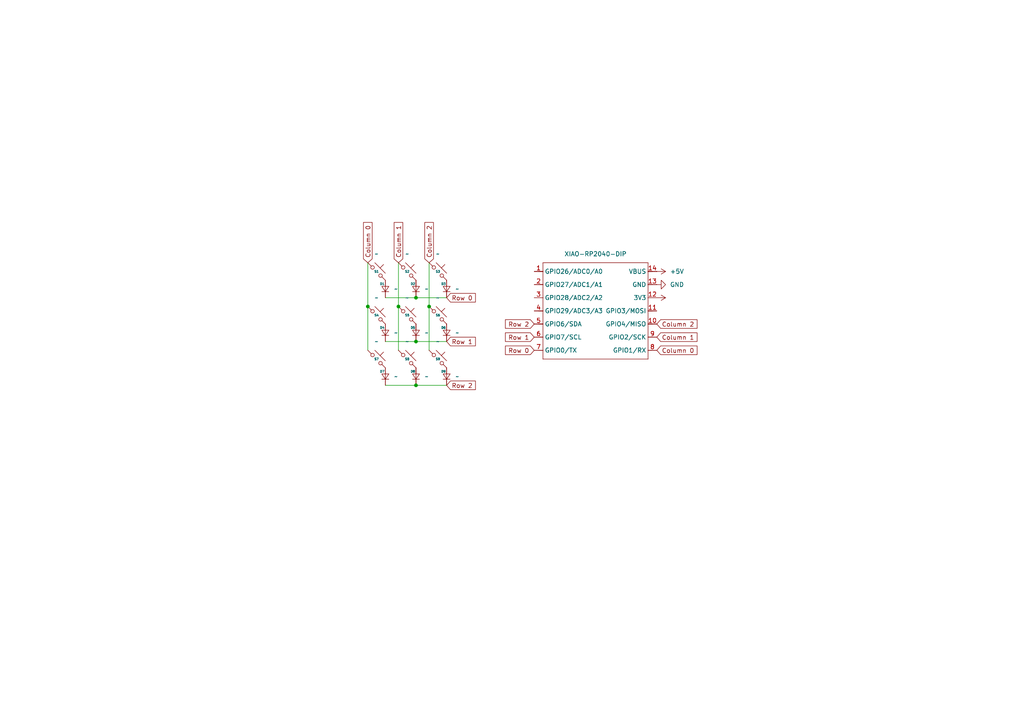
<source format=kicad_sch>
(kicad_sch
	(version 20250114)
	(generator "eeschema")
	(generator_version "9.0")
	(uuid "370d7cfb-201b-45a3-8eba-b6ad4c00490c")
	(paper "A4")
	(lib_symbols
		(symbol "ScottoKeebs:Placeholder_Diode"
			(pin_numbers
				(hide yes)
			)
			(pin_names
				(hide yes)
			)
			(exclude_from_sim no)
			(in_bom yes)
			(on_board yes)
			(property "Reference" "D"
				(at -0.15 1.066 0)
				(do_not_autoplace)
				(effects
					(font
						(size 0.635 0.635)
						(thickness 0.127)
						(bold yes)
					)
					(justify right bottom)
				)
			)
			(property "Value" ""
				(at 2.54 0 90)
				(effects
					(font
						(size 1.27 1.27)
					)
				)
			)
			(property "Footprint" ""
				(at 0 0 90)
				(effects
					(font
						(size 1.27 1.27)
					)
					(hide yes)
				)
			)
			(property "Datasheet" ""
				(at 0 0 90)
				(effects
					(font
						(size 1.27 1.27)
					)
					(hide yes)
				)
			)
			(property "Description" ""
				(at 3.81 0 90)
				(effects
					(font
						(size 1.27 1.27)
					)
					(hide yes)
				)
			)
			(property "ki_keywords" "diode"
				(at 0 0 0)
				(effects
					(font
						(size 1.27 1.27)
					)
					(hide yes)
				)
			)
			(property "ki_fp_filters" "D*DO?35*"
				(at 0 0 0)
				(effects
					(font
						(size 1.27 1.27)
					)
					(hide yes)
				)
			)
			(symbol "Placeholder_Diode_0_1"
				(polyline
					(pts
						(xy 0 -0.762) (xy 0 0.762)
					)
					(stroke
						(width 0)
						(type default)
					)
					(fill
						(type none)
					)
				)
			)
			(symbol "Placeholder_Diode_1_1"
				(polyline
					(pts
						(xy 1.016 0.762) (xy 0 -0.762) (xy -1.016 0.762) (xy 1.016 0.762)
					)
					(stroke
						(width 0.1524)
						(type default)
					)
					(fill
						(type none)
					)
				)
				(polyline
					(pts
						(xy 1.016 -0.762) (xy -1.016 -0.762)
					)
					(stroke
						(width 0.1524)
						(type default)
					)
					(fill
						(type none)
					)
				)
				(pin passive line
					(at 0 2.54 270)
					(length 1.778)
					(name "A"
						(effects
							(font
								(size 1.27 1.27)
							)
						)
					)
					(number "2"
						(effects
							(font
								(size 1.27 1.27)
							)
						)
					)
				)
				(pin passive line
					(at 0 -2.54 90)
					(length 1.778)
					(name "K"
						(effects
							(font
								(size 1.27 1.27)
							)
						)
					)
					(number "1"
						(effects
							(font
								(size 1.27 1.27)
							)
						)
					)
				)
			)
			(embedded_fonts no)
		)
		(symbol "ScottoKeebs:Placeholder_Keyswitch"
			(pin_numbers
				(hide yes)
			)
			(pin_names
				(offset 1.016)
				(hide yes)
			)
			(exclude_from_sim no)
			(in_bom yes)
			(on_board yes)
			(property "Reference" "S"
				(at 0 0 0)
				(do_not_autoplace)
				(effects
					(font
						(size 0.635 0.635)
						(thickness 0.127)
						(bold yes)
					)
				)
			)
			(property "Value" ""
				(at 0 -3.81 0)
				(effects
					(font
						(size 1.27 1.27)
					)
				)
			)
			(property "Footprint" ""
				(at 0 0 0)
				(effects
					(font
						(size 1.27 1.27)
					)
					(hide yes)
				)
			)
			(property "Datasheet" ""
				(at -2.54 -1.778 0)
				(effects
					(font
						(size 1.27 1.27)
					)
					(hide yes)
				)
			)
			(property "Description" ""
				(at 0 0 0)
				(effects
					(font
						(size 1.27 1.27)
					)
					(hide yes)
				)
			)
			(property "ki_keywords" "switch normally-open pushbutton push-button"
				(at 0 0 0)
				(effects
					(font
						(size 1.27 1.27)
					)
					(hide yes)
				)
			)
			(symbol "Placeholder_Keyswitch_0_1"
				(polyline
					(pts
						(xy -2.54 2.54) (xy -1.524 1.524) (xy -1.524 1.524)
					)
					(stroke
						(width 0)
						(type default)
					)
					(fill
						(type none)
					)
				)
				(circle
					(center -1.1684 1.1684)
					(radius 0.508)
					(stroke
						(width 0)
						(type default)
					)
					(fill
						(type none)
					)
				)
				(polyline
					(pts
						(xy -0.508 2.54) (xy 2.54 -0.508)
					)
					(stroke
						(width 0)
						(type default)
					)
					(fill
						(type none)
					)
				)
				(polyline
					(pts
						(xy 1.016 1.016) (xy 2.032 2.032)
					)
					(stroke
						(width 0)
						(type default)
					)
					(fill
						(type none)
					)
				)
				(circle
					(center 1.143 -1.1938)
					(radius 0.508)
					(stroke
						(width 0)
						(type default)
					)
					(fill
						(type none)
					)
				)
				(polyline
					(pts
						(xy 1.524 -1.524) (xy 2.54 -2.54) (xy 2.54 -2.54) (xy 2.54 -2.54)
					)
					(stroke
						(width 0)
						(type default)
					)
					(fill
						(type none)
					)
				)
				(pin passive line
					(at -2.54 2.54 0)
					(length 0)
					(name "1"
						(effects
							(font
								(size 1.27 1.27)
							)
						)
					)
					(number "1"
						(effects
							(font
								(size 1.27 1.27)
							)
						)
					)
				)
				(pin passive line
					(at 2.54 -2.54 180)
					(length 0)
					(name "2"
						(effects
							(font
								(size 1.27 1.27)
							)
						)
					)
					(number "2"
						(effects
							(font
								(size 1.27 1.27)
							)
						)
					)
				)
			)
			(embedded_fonts no)
		)
		(symbol "Seeed_Studio_XIAO_Series:XIAO-RP2040-DIP"
			(exclude_from_sim no)
			(in_bom yes)
			(on_board yes)
			(property "Reference" "U"
				(at 0 0 0)
				(effects
					(font
						(size 1.27 1.27)
					)
				)
			)
			(property "Value" "XIAO-RP2040-DIP"
				(at 5.334 -1.778 0)
				(effects
					(font
						(size 1.27 1.27)
					)
				)
			)
			(property "Footprint" "Module:MOUDLE14P-XIAO-DIP-SMD"
				(at 14.478 -32.258 0)
				(effects
					(font
						(size 1.27 1.27)
					)
					(hide yes)
				)
			)
			(property "Datasheet" ""
				(at 0 0 0)
				(effects
					(font
						(size 1.27 1.27)
					)
					(hide yes)
				)
			)
			(property "Description" ""
				(at 0 0 0)
				(effects
					(font
						(size 1.27 1.27)
					)
					(hide yes)
				)
			)
			(symbol "XIAO-RP2040-DIP_1_0"
				(polyline
					(pts
						(xy -1.27 -2.54) (xy 29.21 -2.54)
					)
					(stroke
						(width 0.1524)
						(type solid)
					)
					(fill
						(type none)
					)
				)
				(polyline
					(pts
						(xy -1.27 -5.08) (xy -2.54 -5.08)
					)
					(stroke
						(width 0.1524)
						(type solid)
					)
					(fill
						(type none)
					)
				)
				(polyline
					(pts
						(xy -1.27 -5.08) (xy -1.27 -2.54)
					)
					(stroke
						(width 0.1524)
						(type solid)
					)
					(fill
						(type none)
					)
				)
				(polyline
					(pts
						(xy -1.27 -8.89) (xy -2.54 -8.89)
					)
					(stroke
						(width 0.1524)
						(type solid)
					)
					(fill
						(type none)
					)
				)
				(polyline
					(pts
						(xy -1.27 -8.89) (xy -1.27 -5.08)
					)
					(stroke
						(width 0.1524)
						(type solid)
					)
					(fill
						(type none)
					)
				)
				(polyline
					(pts
						(xy -1.27 -12.7) (xy -2.54 -12.7)
					)
					(stroke
						(width 0.1524)
						(type solid)
					)
					(fill
						(type none)
					)
				)
				(polyline
					(pts
						(xy -1.27 -12.7) (xy -1.27 -8.89)
					)
					(stroke
						(width 0.1524)
						(type solid)
					)
					(fill
						(type none)
					)
				)
				(polyline
					(pts
						(xy -1.27 -16.51) (xy -2.54 -16.51)
					)
					(stroke
						(width 0.1524)
						(type solid)
					)
					(fill
						(type none)
					)
				)
				(polyline
					(pts
						(xy -1.27 -16.51) (xy -1.27 -12.7)
					)
					(stroke
						(width 0.1524)
						(type solid)
					)
					(fill
						(type none)
					)
				)
				(polyline
					(pts
						(xy -1.27 -20.32) (xy -2.54 -20.32)
					)
					(stroke
						(width 0.1524)
						(type solid)
					)
					(fill
						(type none)
					)
				)
				(polyline
					(pts
						(xy -1.27 -24.13) (xy -2.54 -24.13)
					)
					(stroke
						(width 0.1524)
						(type solid)
					)
					(fill
						(type none)
					)
				)
				(polyline
					(pts
						(xy -1.27 -27.94) (xy -2.54 -27.94)
					)
					(stroke
						(width 0.1524)
						(type solid)
					)
					(fill
						(type none)
					)
				)
				(polyline
					(pts
						(xy -1.27 -30.48) (xy -1.27 -16.51)
					)
					(stroke
						(width 0.1524)
						(type solid)
					)
					(fill
						(type none)
					)
				)
				(polyline
					(pts
						(xy 29.21 -2.54) (xy 29.21 -5.08)
					)
					(stroke
						(width 0.1524)
						(type solid)
					)
					(fill
						(type none)
					)
				)
				(polyline
					(pts
						(xy 29.21 -5.08) (xy 29.21 -8.89)
					)
					(stroke
						(width 0.1524)
						(type solid)
					)
					(fill
						(type none)
					)
				)
				(polyline
					(pts
						(xy 29.21 -8.89) (xy 29.21 -12.7)
					)
					(stroke
						(width 0.1524)
						(type solid)
					)
					(fill
						(type none)
					)
				)
				(polyline
					(pts
						(xy 29.21 -12.7) (xy 29.21 -30.48)
					)
					(stroke
						(width 0.1524)
						(type solid)
					)
					(fill
						(type none)
					)
				)
				(polyline
					(pts
						(xy 29.21 -30.48) (xy -1.27 -30.48)
					)
					(stroke
						(width 0.1524)
						(type solid)
					)
					(fill
						(type none)
					)
				)
				(polyline
					(pts
						(xy 30.48 -5.08) (xy 29.21 -5.08)
					)
					(stroke
						(width 0.1524)
						(type solid)
					)
					(fill
						(type none)
					)
				)
				(polyline
					(pts
						(xy 30.48 -8.89) (xy 29.21 -8.89)
					)
					(stroke
						(width 0.1524)
						(type solid)
					)
					(fill
						(type none)
					)
				)
				(polyline
					(pts
						(xy 30.48 -12.7) (xy 29.21 -12.7)
					)
					(stroke
						(width 0.1524)
						(type solid)
					)
					(fill
						(type none)
					)
				)
				(polyline
					(pts
						(xy 30.48 -16.51) (xy 29.21 -16.51)
					)
					(stroke
						(width 0.1524)
						(type solid)
					)
					(fill
						(type none)
					)
				)
				(polyline
					(pts
						(xy 30.48 -20.32) (xy 29.21 -20.32)
					)
					(stroke
						(width 0.1524)
						(type solid)
					)
					(fill
						(type none)
					)
				)
				(polyline
					(pts
						(xy 30.48 -24.13) (xy 29.21 -24.13)
					)
					(stroke
						(width 0.1524)
						(type solid)
					)
					(fill
						(type none)
					)
				)
				(polyline
					(pts
						(xy 30.48 -27.94) (xy 29.21 -27.94)
					)
					(stroke
						(width 0.1524)
						(type solid)
					)
					(fill
						(type none)
					)
				)
				(pin passive line
					(at -3.81 -5.08 0)
					(length 2.54)
					(name "GPIO26/ADC0/A0"
						(effects
							(font
								(size 1.27 1.27)
							)
						)
					)
					(number "1"
						(effects
							(font
								(size 1.27 1.27)
							)
						)
					)
				)
				(pin passive line
					(at -3.81 -8.89 0)
					(length 2.54)
					(name "GPIO27/ADC1/A1"
						(effects
							(font
								(size 1.27 1.27)
							)
						)
					)
					(number "2"
						(effects
							(font
								(size 1.27 1.27)
							)
						)
					)
				)
				(pin passive line
					(at -3.81 -12.7 0)
					(length 2.54)
					(name "GPIO28/ADC2/A2"
						(effects
							(font
								(size 1.27 1.27)
							)
						)
					)
					(number "3"
						(effects
							(font
								(size 1.27 1.27)
							)
						)
					)
				)
				(pin passive line
					(at -3.81 -16.51 0)
					(length 2.54)
					(name "GPIO29/ADC3/A3"
						(effects
							(font
								(size 1.27 1.27)
							)
						)
					)
					(number "4"
						(effects
							(font
								(size 1.27 1.27)
							)
						)
					)
				)
				(pin passive line
					(at -3.81 -20.32 0)
					(length 2.54)
					(name "GPIO6/SDA"
						(effects
							(font
								(size 1.27 1.27)
							)
						)
					)
					(number "5"
						(effects
							(font
								(size 1.27 1.27)
							)
						)
					)
				)
				(pin passive line
					(at -3.81 -24.13 0)
					(length 2.54)
					(name "GPIO7/SCL"
						(effects
							(font
								(size 1.27 1.27)
							)
						)
					)
					(number "6"
						(effects
							(font
								(size 1.27 1.27)
							)
						)
					)
				)
				(pin passive line
					(at -3.81 -27.94 0)
					(length 2.54)
					(name "GPIO0/TX"
						(effects
							(font
								(size 1.27 1.27)
							)
						)
					)
					(number "7"
						(effects
							(font
								(size 1.27 1.27)
							)
						)
					)
				)
				(pin passive line
					(at 31.75 -5.08 180)
					(length 2.54)
					(name "VBUS"
						(effects
							(font
								(size 1.27 1.27)
							)
						)
					)
					(number "14"
						(effects
							(font
								(size 1.27 1.27)
							)
						)
					)
				)
				(pin passive line
					(at 31.75 -8.89 180)
					(length 2.54)
					(name "GND"
						(effects
							(font
								(size 1.27 1.27)
							)
						)
					)
					(number "13"
						(effects
							(font
								(size 1.27 1.27)
							)
						)
					)
				)
				(pin passive line
					(at 31.75 -12.7 180)
					(length 2.54)
					(name "3V3"
						(effects
							(font
								(size 1.27 1.27)
							)
						)
					)
					(number "12"
						(effects
							(font
								(size 1.27 1.27)
							)
						)
					)
				)
				(pin passive line
					(at 31.75 -16.51 180)
					(length 2.54)
					(name "GPIO3/MOSI"
						(effects
							(font
								(size 1.27 1.27)
							)
						)
					)
					(number "11"
						(effects
							(font
								(size 1.27 1.27)
							)
						)
					)
				)
				(pin passive line
					(at 31.75 -20.32 180)
					(length 2.54)
					(name "GPIO4/MISO"
						(effects
							(font
								(size 1.27 1.27)
							)
						)
					)
					(number "10"
						(effects
							(font
								(size 1.27 1.27)
							)
						)
					)
				)
				(pin passive line
					(at 31.75 -24.13 180)
					(length 2.54)
					(name "GPIO2/SCK"
						(effects
							(font
								(size 1.27 1.27)
							)
						)
					)
					(number "9"
						(effects
							(font
								(size 1.27 1.27)
							)
						)
					)
				)
				(pin passive line
					(at 31.75 -27.94 180)
					(length 2.54)
					(name "GPIO1/RX"
						(effects
							(font
								(size 1.27 1.27)
							)
						)
					)
					(number "8"
						(effects
							(font
								(size 1.27 1.27)
							)
						)
					)
				)
			)
			(embedded_fonts no)
		)
		(symbol "power:+3.3V"
			(power)
			(pin_numbers
				(hide yes)
			)
			(pin_names
				(offset 0)
				(hide yes)
			)
			(exclude_from_sim no)
			(in_bom yes)
			(on_board yes)
			(property "Reference" "#PWR"
				(at 0 -3.81 0)
				(effects
					(font
						(size 1.27 1.27)
					)
					(hide yes)
				)
			)
			(property "Value" "+3.3V"
				(at 0 3.556 0)
				(effects
					(font
						(size 1.27 1.27)
					)
				)
			)
			(property "Footprint" ""
				(at 0 0 0)
				(effects
					(font
						(size 1.27 1.27)
					)
					(hide yes)
				)
			)
			(property "Datasheet" ""
				(at 0 0 0)
				(effects
					(font
						(size 1.27 1.27)
					)
					(hide yes)
				)
			)
			(property "Description" "Power symbol creates a global label with name \"+3.3V\""
				(at 0 0 0)
				(effects
					(font
						(size 1.27 1.27)
					)
					(hide yes)
				)
			)
			(property "ki_keywords" "global power"
				(at 0 0 0)
				(effects
					(font
						(size 1.27 1.27)
					)
					(hide yes)
				)
			)
			(symbol "+3.3V_0_1"
				(polyline
					(pts
						(xy -0.762 1.27) (xy 0 2.54)
					)
					(stroke
						(width 0)
						(type default)
					)
					(fill
						(type none)
					)
				)
				(polyline
					(pts
						(xy 0 2.54) (xy 0.762 1.27)
					)
					(stroke
						(width 0)
						(type default)
					)
					(fill
						(type none)
					)
				)
				(polyline
					(pts
						(xy 0 0) (xy 0 2.54)
					)
					(stroke
						(width 0)
						(type default)
					)
					(fill
						(type none)
					)
				)
			)
			(symbol "+3.3V_1_1"
				(pin power_in line
					(at 0 0 90)
					(length 0)
					(name "~"
						(effects
							(font
								(size 1.27 1.27)
							)
						)
					)
					(number "1"
						(effects
							(font
								(size 1.27 1.27)
							)
						)
					)
				)
			)
			(embedded_fonts no)
		)
		(symbol "power:+5V"
			(power)
			(pin_numbers
				(hide yes)
			)
			(pin_names
				(offset 0)
				(hide yes)
			)
			(exclude_from_sim no)
			(in_bom yes)
			(on_board yes)
			(property "Reference" "#PWR"
				(at 0 -3.81 0)
				(effects
					(font
						(size 1.27 1.27)
					)
					(hide yes)
				)
			)
			(property "Value" "+5V"
				(at 0 3.556 0)
				(effects
					(font
						(size 1.27 1.27)
					)
				)
			)
			(property "Footprint" ""
				(at 0 0 0)
				(effects
					(font
						(size 1.27 1.27)
					)
					(hide yes)
				)
			)
			(property "Datasheet" ""
				(at 0 0 0)
				(effects
					(font
						(size 1.27 1.27)
					)
					(hide yes)
				)
			)
			(property "Description" "Power symbol creates a global label with name \"+5V\""
				(at 0 0 0)
				(effects
					(font
						(size 1.27 1.27)
					)
					(hide yes)
				)
			)
			(property "ki_keywords" "global power"
				(at 0 0 0)
				(effects
					(font
						(size 1.27 1.27)
					)
					(hide yes)
				)
			)
			(symbol "+5V_0_1"
				(polyline
					(pts
						(xy -0.762 1.27) (xy 0 2.54)
					)
					(stroke
						(width 0)
						(type default)
					)
					(fill
						(type none)
					)
				)
				(polyline
					(pts
						(xy 0 2.54) (xy 0.762 1.27)
					)
					(stroke
						(width 0)
						(type default)
					)
					(fill
						(type none)
					)
				)
				(polyline
					(pts
						(xy 0 0) (xy 0 2.54)
					)
					(stroke
						(width 0)
						(type default)
					)
					(fill
						(type none)
					)
				)
			)
			(symbol "+5V_1_1"
				(pin power_in line
					(at 0 0 90)
					(length 0)
					(name "~"
						(effects
							(font
								(size 1.27 1.27)
							)
						)
					)
					(number "1"
						(effects
							(font
								(size 1.27 1.27)
							)
						)
					)
				)
			)
			(embedded_fonts no)
		)
		(symbol "power:GND"
			(power)
			(pin_numbers
				(hide yes)
			)
			(pin_names
				(offset 0)
				(hide yes)
			)
			(exclude_from_sim no)
			(in_bom yes)
			(on_board yes)
			(property "Reference" "#PWR"
				(at 0 -6.35 0)
				(effects
					(font
						(size 1.27 1.27)
					)
					(hide yes)
				)
			)
			(property "Value" "GND"
				(at 0 -3.81 0)
				(effects
					(font
						(size 1.27 1.27)
					)
				)
			)
			(property "Footprint" ""
				(at 0 0 0)
				(effects
					(font
						(size 1.27 1.27)
					)
					(hide yes)
				)
			)
			(property "Datasheet" ""
				(at 0 0 0)
				(effects
					(font
						(size 1.27 1.27)
					)
					(hide yes)
				)
			)
			(property "Description" "Power symbol creates a global label with name \"GND\" , ground"
				(at 0 0 0)
				(effects
					(font
						(size 1.27 1.27)
					)
					(hide yes)
				)
			)
			(property "ki_keywords" "global power"
				(at 0 0 0)
				(effects
					(font
						(size 1.27 1.27)
					)
					(hide yes)
				)
			)
			(symbol "GND_0_1"
				(polyline
					(pts
						(xy 0 0) (xy 0 -1.27) (xy 1.27 -1.27) (xy 0 -2.54) (xy -1.27 -1.27) (xy 0 -1.27)
					)
					(stroke
						(width 0)
						(type default)
					)
					(fill
						(type none)
					)
				)
			)
			(symbol "GND_1_1"
				(pin power_in line
					(at 0 0 270)
					(length 0)
					(name "~"
						(effects
							(font
								(size 1.27 1.27)
							)
						)
					)
					(number "1"
						(effects
							(font
								(size 1.27 1.27)
							)
						)
					)
				)
			)
			(embedded_fonts no)
		)
	)
	(junction
		(at 120.65 111.76)
		(diameter 0)
		(color 0 0 0 0)
		(uuid "12dd3dd2-d07a-405f-a11d-01be66b857ac")
	)
	(junction
		(at 120.65 99.06)
		(diameter 0)
		(color 0 0 0 0)
		(uuid "5c21023e-4878-44f1-aadb-e728682109fa")
	)
	(junction
		(at 106.68 88.9)
		(diameter 0)
		(color 0 0 0 0)
		(uuid "a1bfb87c-346a-4028-9d45-6b640eb6b6ce")
	)
	(junction
		(at 115.57 88.9)
		(diameter 0)
		(color 0 0 0 0)
		(uuid "a8a10281-a81e-4c7f-98a5-2636880d1a8a")
	)
	(junction
		(at 124.46 88.9)
		(diameter 0)
		(color 0 0 0 0)
		(uuid "b7b67935-0610-4dc3-a01a-5ea988f0917b")
	)
	(junction
		(at 120.65 86.36)
		(diameter 0)
		(color 0 0 0 0)
		(uuid "e6b30710-70d2-4d68-a237-41ac7b2db6c9")
	)
	(wire
		(pts
			(xy 111.76 111.76) (xy 120.65 111.76)
		)
		(stroke
			(width 0)
			(type default)
		)
		(uuid "0d3cb7d9-5c21-4110-a900-0dbda0a1899e")
	)
	(wire
		(pts
			(xy 111.76 86.36) (xy 120.65 86.36)
		)
		(stroke
			(width 0)
			(type default)
		)
		(uuid "2c3e66a6-ba5a-47d8-86a6-29a5d969eae5")
	)
	(wire
		(pts
			(xy 120.65 99.06) (xy 129.54 99.06)
		)
		(stroke
			(width 0)
			(type default)
		)
		(uuid "2ef7ab10-acc0-4e7c-bc09-72a9e20be0ff")
	)
	(wire
		(pts
			(xy 111.76 99.06) (xy 120.65 99.06)
		)
		(stroke
			(width 0)
			(type default)
		)
		(uuid "3b65d4de-6f39-4bcb-90f0-01f69e2fa01e")
	)
	(wire
		(pts
			(xy 120.65 111.76) (xy 129.54 111.76)
		)
		(stroke
			(width 0)
			(type default)
		)
		(uuid "4568f752-a578-4b15-ba88-a1b57d0cbb2c")
	)
	(wire
		(pts
			(xy 124.46 88.9) (xy 124.46 101.6)
		)
		(stroke
			(width 0)
			(type default)
		)
		(uuid "569f9ba0-04b3-4bab-bd5f-87628deec7e1")
	)
	(wire
		(pts
			(xy 115.57 88.9) (xy 115.57 101.6)
		)
		(stroke
			(width 0)
			(type default)
		)
		(uuid "681c38fe-f936-4a9c-aeb5-feccf2d2d481")
	)
	(wire
		(pts
			(xy 120.65 86.36) (xy 129.54 86.36)
		)
		(stroke
			(width 0)
			(type default)
		)
		(uuid "77334ba6-7264-4cf5-983d-7b130cfa43e6")
	)
	(wire
		(pts
			(xy 115.57 76.2) (xy 115.57 88.9)
		)
		(stroke
			(width 0)
			(type default)
		)
		(uuid "9cacfba0-ed1f-4b96-9f4e-b4f702486aea")
	)
	(wire
		(pts
			(xy 124.46 76.2) (xy 124.46 88.9)
		)
		(stroke
			(width 0)
			(type default)
		)
		(uuid "afd9dc39-0499-4cae-abeb-3f7eeddd8c9f")
	)
	(wire
		(pts
			(xy 106.68 76.2) (xy 106.68 88.9)
		)
		(stroke
			(width 0)
			(type default)
		)
		(uuid "bdfd00d4-dcba-428a-ae3f-c63ebb0d6a68")
	)
	(wire
		(pts
			(xy 106.68 88.9) (xy 106.68 101.6)
		)
		(stroke
			(width 0)
			(type default)
		)
		(uuid "c4b36848-f398-4370-80a5-1bf52468da34")
	)
	(global_label "Row 0"
		(shape input)
		(at 154.94 101.6 180)
		(fields_autoplaced yes)
		(effects
			(font
				(size 1.27 1.27)
			)
			(justify right)
		)
		(uuid "1cc11ca7-2441-465c-9740-73b0d7c8028c")
		(property "Intersheetrefs" "${INTERSHEET_REFS}"
			(at 146.0282 101.6 0)
			(effects
				(font
					(size 1.27 1.27)
				)
				(justify right)
				(hide yes)
			)
		)
	)
	(global_label "Row 2"
		(shape input)
		(at 154.94 93.98 180)
		(fields_autoplaced yes)
		(effects
			(font
				(size 1.27 1.27)
			)
			(justify right)
		)
		(uuid "2c386203-0d74-4bdd-99a3-6406a235a4f9")
		(property "Intersheetrefs" "${INTERSHEET_REFS}"
			(at 146.0282 93.98 0)
			(effects
				(font
					(size 1.27 1.27)
				)
				(justify right)
				(hide yes)
			)
		)
	)
	(global_label "Column 1"
		(shape input)
		(at 115.57 76.2 90)
		(fields_autoplaced yes)
		(effects
			(font
				(size 1.27 1.27)
			)
			(justify left)
		)
		(uuid "3bb93108-28f7-4c5f-88bb-4450bc6e29f7")
		(property "Intersheetrefs" "${INTERSHEET_REFS}"
			(at 115.57 63.9622 90)
			(effects
				(font
					(size 1.27 1.27)
				)
				(justify left)
				(hide yes)
			)
		)
	)
	(global_label "Column 2"
		(shape input)
		(at 124.46 76.2 90)
		(fields_autoplaced yes)
		(effects
			(font
				(size 1.27 1.27)
			)
			(justify left)
		)
		(uuid "63d868df-2863-4639-9b19-8c50370eaac7")
		(property "Intersheetrefs" "${INTERSHEET_REFS}"
			(at 124.46 63.9622 90)
			(effects
				(font
					(size 1.27 1.27)
				)
				(justify left)
				(hide yes)
			)
		)
	)
	(global_label "Column 0"
		(shape input)
		(at 106.68 76.2 90)
		(fields_autoplaced yes)
		(effects
			(font
				(size 1.27 1.27)
			)
			(justify left)
		)
		(uuid "6a285dc2-3307-4f45-85f6-b1fd0ebe5e72")
		(property "Intersheetrefs" "${INTERSHEET_REFS}"
			(at 106.68 63.9622 90)
			(effects
				(font
					(size 1.27 1.27)
				)
				(justify left)
				(hide yes)
			)
		)
	)
	(global_label "Row 2"
		(shape input)
		(at 129.54 111.76 0)
		(fields_autoplaced yes)
		(effects
			(font
				(size 1.27 1.27)
			)
			(justify left)
		)
		(uuid "7cedb200-5733-4a92-8cb9-d1070a8d2c33")
		(property "Intersheetrefs" "${INTERSHEET_REFS}"
			(at 138.4518 111.76 0)
			(effects
				(font
					(size 1.27 1.27)
				)
				(justify left)
				(hide yes)
			)
		)
	)
	(global_label "Row 1"
		(shape input)
		(at 154.94 97.79 180)
		(fields_autoplaced yes)
		(effects
			(font
				(size 1.27 1.27)
			)
			(justify right)
		)
		(uuid "8b839d0d-8a44-4d12-87e9-7d2f3d665fa6")
		(property "Intersheetrefs" "${INTERSHEET_REFS}"
			(at 146.0282 97.79 0)
			(effects
				(font
					(size 1.27 1.27)
				)
				(justify right)
				(hide yes)
			)
		)
	)
	(global_label "Row 1"
		(shape input)
		(at 129.54 99.06 0)
		(fields_autoplaced yes)
		(effects
			(font
				(size 1.27 1.27)
			)
			(justify left)
		)
		(uuid "8e9048ba-fe53-45a2-ba92-dcb2e116884f")
		(property "Intersheetrefs" "${INTERSHEET_REFS}"
			(at 138.4518 99.06 0)
			(effects
				(font
					(size 1.27 1.27)
				)
				(justify left)
				(hide yes)
			)
		)
	)
	(global_label "Column 1"
		(shape input)
		(at 190.5 97.79 0)
		(fields_autoplaced yes)
		(effects
			(font
				(size 1.27 1.27)
			)
			(justify left)
		)
		(uuid "a981fc02-0063-4316-ad40-24692f5cea59")
		(property "Intersheetrefs" "${INTERSHEET_REFS}"
			(at 202.7378 97.79 0)
			(effects
				(font
					(size 1.27 1.27)
				)
				(justify left)
				(hide yes)
			)
		)
	)
	(global_label "Column 2"
		(shape input)
		(at 190.5 93.98 0)
		(fields_autoplaced yes)
		(effects
			(font
				(size 1.27 1.27)
			)
			(justify left)
		)
		(uuid "c70f67a5-aa14-428d-9e87-a390c5d93698")
		(property "Intersheetrefs" "${INTERSHEET_REFS}"
			(at 202.7378 93.98 0)
			(effects
				(font
					(size 1.27 1.27)
				)
				(justify left)
				(hide yes)
			)
		)
	)
	(global_label "Column 0"
		(shape input)
		(at 190.5 101.6 0)
		(fields_autoplaced yes)
		(effects
			(font
				(size 1.27 1.27)
			)
			(justify left)
		)
		(uuid "f5f81cb2-db54-4418-be01-9724f0dcb2ab")
		(property "Intersheetrefs" "${INTERSHEET_REFS}"
			(at 202.7378 101.6 0)
			(effects
				(font
					(size 1.27 1.27)
				)
				(justify left)
				(hide yes)
			)
		)
	)
	(global_label "Row 0"
		(shape input)
		(at 129.54 86.36 0)
		(fields_autoplaced yes)
		(effects
			(font
				(size 1.27 1.27)
			)
			(justify left)
		)
		(uuid "f65562dd-a93c-482a-bd29-1e60b5dd88b8")
		(property "Intersheetrefs" "${INTERSHEET_REFS}"
			(at 138.4518 86.36 0)
			(effects
				(font
					(size 1.27 1.27)
				)
				(justify left)
				(hide yes)
			)
		)
	)
	(symbol
		(lib_id "ScottoKeebs:Placeholder_Keyswitch")
		(at 109.22 91.44 0)
		(unit 1)
		(exclude_from_sim no)
		(in_bom yes)
		(on_board yes)
		(dnp no)
		(fields_autoplaced yes)
		(uuid "09df9ca9-2503-445b-9398-c66602c7288e")
		(property "Reference" "S4"
			(at 109.22 91.44 0)
			(do_not_autoplace yes)
			(effects
				(font
					(size 0.635 0.635)
					(thickness 0.127)
					(bold yes)
				)
			)
		)
		(property "Value" "~"
			(at 109.22 86.36 0)
			(effects
				(font
					(size 1.27 1.27)
				)
			)
		)
		(property "Footprint" "Button_Switch_Keyboard:SW_Cherry_MX_1.00u_PCB"
			(at 109.22 91.44 0)
			(effects
				(font
					(size 1.27 1.27)
				)
				(hide yes)
			)
		)
		(property "Datasheet" ""
			(at 106.68 93.218 0)
			(effects
				(font
					(size 1.27 1.27)
				)
				(hide yes)
			)
		)
		(property "Description" ""
			(at 109.22 91.44 0)
			(effects
				(font
					(size 1.27 1.27)
				)
				(hide yes)
			)
		)
		(pin "2"
			(uuid "1da58c91-4de8-4505-a38a-736fbce72a2d")
		)
		(pin "1"
			(uuid "247a6853-d75e-4cda-83e4-2db655d0a9c7")
		)
		(instances
			(project "Macropad_HotSwap"
				(path "/370d7cfb-201b-45a3-8eba-b6ad4c00490c"
					(reference "S4")
					(unit 1)
				)
			)
		)
	)
	(symbol
		(lib_id "ScottoKeebs:Placeholder_Keyswitch")
		(at 127 78.74 0)
		(unit 1)
		(exclude_from_sim no)
		(in_bom yes)
		(on_board yes)
		(dnp no)
		(fields_autoplaced yes)
		(uuid "114ce235-9f5c-442b-ba4c-4723f431bc46")
		(property "Reference" "S3"
			(at 127 78.74 0)
			(do_not_autoplace yes)
			(effects
				(font
					(size 0.635 0.635)
					(thickness 0.127)
					(bold yes)
				)
			)
		)
		(property "Value" "~"
			(at 127 73.66 0)
			(effects
				(font
					(size 1.27 1.27)
				)
			)
		)
		(property "Footprint" "Button_Switch_Keyboard:SW_Cherry_MX_1.00u_PCB"
			(at 127 78.74 0)
			(effects
				(font
					(size 1.27 1.27)
				)
				(hide yes)
			)
		)
		(property "Datasheet" ""
			(at 124.46 80.518 0)
			(effects
				(font
					(size 1.27 1.27)
				)
				(hide yes)
			)
		)
		(property "Description" ""
			(at 127 78.74 0)
			(effects
				(font
					(size 1.27 1.27)
				)
				(hide yes)
			)
		)
		(pin "2"
			(uuid "d310f009-1762-49ba-8021-61de26dc5a12")
		)
		(pin "1"
			(uuid "7684b244-a7ab-4545-bbae-649034bb8937")
		)
		(instances
			(project "Macropad_HotSwap"
				(path "/370d7cfb-201b-45a3-8eba-b6ad4c00490c"
					(reference "S3")
					(unit 1)
				)
			)
		)
	)
	(symbol
		(lib_id "ScottoKeebs:Placeholder_Diode")
		(at 120.65 83.82 0)
		(unit 1)
		(exclude_from_sim no)
		(in_bom yes)
		(on_board yes)
		(dnp no)
		(fields_autoplaced yes)
		(uuid "169624eb-2ff2-4a75-bc6c-6edc0efa4bf5")
		(property "Reference" "D2"
			(at 120.5 82.754 0)
			(do_not_autoplace yes)
			(effects
				(font
					(size 0.635 0.635)
					(thickness 0.127)
					(bold yes)
				)
				(justify right bottom)
			)
		)
		(property "Value" "~"
			(at 123.19 83.8199 0)
			(effects
				(font
					(size 1.27 1.27)
				)
				(justify left)
			)
		)
		(property "Footprint" "ScottoKeebs_Components:Diode_DO-35"
			(at 120.65 83.82 90)
			(effects
				(font
					(size 1.27 1.27)
				)
				(hide yes)
			)
		)
		(property "Datasheet" ""
			(at 120.65 83.82 90)
			(effects
				(font
					(size 1.27 1.27)
				)
				(hide yes)
			)
		)
		(property "Description" ""
			(at 124.46 83.82 90)
			(effects
				(font
					(size 1.27 1.27)
				)
				(hide yes)
			)
		)
		(pin "2"
			(uuid "5d85b3b7-d2ff-49f4-a25f-476afd5375c2")
		)
		(pin "1"
			(uuid "beadc691-50a5-4d8a-b412-718e3c5c8172")
		)
		(instances
			(project "Macropad_HotSwap"
				(path "/370d7cfb-201b-45a3-8eba-b6ad4c00490c"
					(reference "D2")
					(unit 1)
				)
			)
		)
	)
	(symbol
		(lib_id "ScottoKeebs:Placeholder_Keyswitch")
		(at 118.11 104.14 0)
		(unit 1)
		(exclude_from_sim no)
		(in_bom yes)
		(on_board yes)
		(dnp no)
		(fields_autoplaced yes)
		(uuid "1ffe1824-2c04-4dc6-a4ef-48006a589d65")
		(property "Reference" "S8"
			(at 118.11 104.14 0)
			(do_not_autoplace yes)
			(effects
				(font
					(size 0.635 0.635)
					(thickness 0.127)
					(bold yes)
				)
			)
		)
		(property "Value" "~"
			(at 118.11 99.06 0)
			(effects
				(font
					(size 1.27 1.27)
				)
			)
		)
		(property "Footprint" "Button_Switch_Keyboard:SW_Cherry_MX_1.00u_PCB"
			(at 118.11 104.14 0)
			(effects
				(font
					(size 1.27 1.27)
				)
				(hide yes)
			)
		)
		(property "Datasheet" ""
			(at 115.57 105.918 0)
			(effects
				(font
					(size 1.27 1.27)
				)
				(hide yes)
			)
		)
		(property "Description" ""
			(at 118.11 104.14 0)
			(effects
				(font
					(size 1.27 1.27)
				)
				(hide yes)
			)
		)
		(pin "2"
			(uuid "e6de29f5-1068-4776-9853-5d78ccc1f6b7")
		)
		(pin "1"
			(uuid "8292cb31-d0ec-4fa8-b1b7-dc9404e8abb0")
		)
		(instances
			(project "Macropad_HotSwap"
				(path "/370d7cfb-201b-45a3-8eba-b6ad4c00490c"
					(reference "S8")
					(unit 1)
				)
			)
		)
	)
	(symbol
		(lib_id "ScottoKeebs:Placeholder_Diode")
		(at 120.65 109.22 0)
		(unit 1)
		(exclude_from_sim no)
		(in_bom yes)
		(on_board yes)
		(dnp no)
		(fields_autoplaced yes)
		(uuid "2434ff40-cec5-4491-a2a0-1c6f999f9b46")
		(property "Reference" "D8"
			(at 120.5 108.154 0)
			(do_not_autoplace yes)
			(effects
				(font
					(size 0.635 0.635)
					(thickness 0.127)
					(bold yes)
				)
				(justify right bottom)
			)
		)
		(property "Value" "~"
			(at 123.19 109.2199 0)
			(effects
				(font
					(size 1.27 1.27)
				)
				(justify left)
			)
		)
		(property "Footprint" "ScottoKeebs_Components:Diode_DO-35"
			(at 120.65 109.22 90)
			(effects
				(font
					(size 1.27 1.27)
				)
				(hide yes)
			)
		)
		(property "Datasheet" ""
			(at 120.65 109.22 90)
			(effects
				(font
					(size 1.27 1.27)
				)
				(hide yes)
			)
		)
		(property "Description" ""
			(at 124.46 109.22 90)
			(effects
				(font
					(size 1.27 1.27)
				)
				(hide yes)
			)
		)
		(pin "2"
			(uuid "8a25f828-26aa-4c6f-a437-e82b7d3e5417")
		)
		(pin "1"
			(uuid "563d061c-874e-4377-91c3-2ca40c9488a8")
		)
		(instances
			(project "Macropad_HotSwap"
				(path "/370d7cfb-201b-45a3-8eba-b6ad4c00490c"
					(reference "D8")
					(unit 1)
				)
			)
		)
	)
	(symbol
		(lib_id "ScottoKeebs:Placeholder_Diode")
		(at 129.54 83.82 0)
		(unit 1)
		(exclude_from_sim no)
		(in_bom yes)
		(on_board yes)
		(dnp no)
		(fields_autoplaced yes)
		(uuid "244fb028-af72-4081-b90c-eb944ac1d1b4")
		(property "Reference" "D3"
			(at 129.39 82.754 0)
			(do_not_autoplace yes)
			(effects
				(font
					(size 0.635 0.635)
					(thickness 0.127)
					(bold yes)
				)
				(justify right bottom)
			)
		)
		(property "Value" "~"
			(at 132.08 83.8199 0)
			(effects
				(font
					(size 1.27 1.27)
				)
				(justify left)
			)
		)
		(property "Footprint" "ScottoKeebs_Components:Diode_DO-35"
			(at 129.54 83.82 90)
			(effects
				(font
					(size 1.27 1.27)
				)
				(hide yes)
			)
		)
		(property "Datasheet" ""
			(at 129.54 83.82 90)
			(effects
				(font
					(size 1.27 1.27)
				)
				(hide yes)
			)
		)
		(property "Description" ""
			(at 133.35 83.82 90)
			(effects
				(font
					(size 1.27 1.27)
				)
				(hide yes)
			)
		)
		(pin "2"
			(uuid "683ce8ca-549e-4843-b402-6a7a182b6d78")
		)
		(pin "1"
			(uuid "49a52671-de7f-4723-b924-41b3f691af9b")
		)
		(instances
			(project "Macropad_HotSwap"
				(path "/370d7cfb-201b-45a3-8eba-b6ad4c00490c"
					(reference "D3")
					(unit 1)
				)
			)
		)
	)
	(symbol
		(lib_id "ScottoKeebs:Placeholder_Keyswitch")
		(at 109.22 78.74 0)
		(unit 1)
		(exclude_from_sim no)
		(in_bom yes)
		(on_board yes)
		(dnp no)
		(fields_autoplaced yes)
		(uuid "2c3fc091-fe2d-4f68-ba0b-b2f4a4006eed")
		(property "Reference" "S1"
			(at 109.22 78.74 0)
			(do_not_autoplace yes)
			(effects
				(font
					(size 0.635 0.635)
					(thickness 0.127)
					(bold yes)
				)
			)
		)
		(property "Value" "~"
			(at 109.22 73.66 0)
			(effects
				(font
					(size 1.27 1.27)
				)
			)
		)
		(property "Footprint" "Button_Switch_Keyboard:SW_Cherry_MX_1.00u_PCB"
			(at 109.22 78.74 0)
			(effects
				(font
					(size 1.27 1.27)
				)
				(hide yes)
			)
		)
		(property "Datasheet" ""
			(at 106.68 80.518 0)
			(effects
				(font
					(size 1.27 1.27)
				)
				(hide yes)
			)
		)
		(property "Description" ""
			(at 109.22 78.74 0)
			(effects
				(font
					(size 1.27 1.27)
				)
				(hide yes)
			)
		)
		(pin "2"
			(uuid "6ad0cbfc-7ef9-4547-97b8-c8856b917fb5")
		)
		(pin "1"
			(uuid "3b704b35-df68-40e5-bd7c-de4d6b7ae6dc")
		)
		(instances
			(project ""
				(path "/370d7cfb-201b-45a3-8eba-b6ad4c00490c"
					(reference "S1")
					(unit 1)
				)
			)
		)
	)
	(symbol
		(lib_id "ScottoKeebs:Placeholder_Keyswitch")
		(at 127 104.14 0)
		(unit 1)
		(exclude_from_sim no)
		(in_bom yes)
		(on_board yes)
		(dnp no)
		(fields_autoplaced yes)
		(uuid "32ec203b-a158-4f86-a8ee-3d080ab07e52")
		(property "Reference" "S9"
			(at 127 104.14 0)
			(do_not_autoplace yes)
			(effects
				(font
					(size 0.635 0.635)
					(thickness 0.127)
					(bold yes)
				)
			)
		)
		(property "Value" "~"
			(at 127 99.06 0)
			(effects
				(font
					(size 1.27 1.27)
				)
			)
		)
		(property "Footprint" "Button_Switch_Keyboard:SW_Cherry_MX_1.00u_PCB"
			(at 127 104.14 0)
			(effects
				(font
					(size 1.27 1.27)
				)
				(hide yes)
			)
		)
		(property "Datasheet" ""
			(at 124.46 105.918 0)
			(effects
				(font
					(size 1.27 1.27)
				)
				(hide yes)
			)
		)
		(property "Description" ""
			(at 127 104.14 0)
			(effects
				(font
					(size 1.27 1.27)
				)
				(hide yes)
			)
		)
		(pin "2"
			(uuid "dba7a540-9803-4bb8-9598-ed3af222a66a")
		)
		(pin "1"
			(uuid "718ad7c4-834a-4094-b35b-a5b8b19bea23")
		)
		(instances
			(project "Macropad_HotSwap"
				(path "/370d7cfb-201b-45a3-8eba-b6ad4c00490c"
					(reference "S9")
					(unit 1)
				)
			)
		)
	)
	(symbol
		(lib_id "power:+5V")
		(at 190.5 78.74 270)
		(unit 1)
		(exclude_from_sim no)
		(in_bom yes)
		(on_board yes)
		(dnp no)
		(fields_autoplaced yes)
		(uuid "33f6d696-1572-44ab-aed0-55bb41218afa")
		(property "Reference" "#PWR04"
			(at 186.69 78.74 0)
			(effects
				(font
					(size 1.27 1.27)
				)
				(hide yes)
			)
		)
		(property "Value" "+5V"
			(at 194.31 78.7399 90)
			(effects
				(font
					(size 1.27 1.27)
				)
				(justify left)
			)
		)
		(property "Footprint" ""
			(at 190.5 78.74 0)
			(effects
				(font
					(size 1.27 1.27)
				)
				(hide yes)
			)
		)
		(property "Datasheet" ""
			(at 190.5 78.74 0)
			(effects
				(font
					(size 1.27 1.27)
				)
				(hide yes)
			)
		)
		(property "Description" "Power symbol creates a global label with name \"+5V\""
			(at 190.5 78.74 0)
			(effects
				(font
					(size 1.27 1.27)
				)
				(hide yes)
			)
		)
		(pin "1"
			(uuid "1a3bbe67-55ae-4437-820b-34fd8dc83fcc")
		)
		(instances
			(project ""
				(path "/370d7cfb-201b-45a3-8eba-b6ad4c00490c"
					(reference "#PWR04")
					(unit 1)
				)
			)
		)
	)
	(symbol
		(lib_id "ScottoKeebs:Placeholder_Diode")
		(at 111.76 83.82 0)
		(unit 1)
		(exclude_from_sim no)
		(in_bom yes)
		(on_board yes)
		(dnp no)
		(fields_autoplaced yes)
		(uuid "3412050e-0ca8-4c62-a650-986c9e312679")
		(property "Reference" "D1"
			(at 111.61 82.754 0)
			(do_not_autoplace yes)
			(effects
				(font
					(size 0.635 0.635)
					(thickness 0.127)
					(bold yes)
				)
				(justify right bottom)
			)
		)
		(property "Value" "~"
			(at 114.3 83.8199 0)
			(effects
				(font
					(size 1.27 1.27)
				)
				(justify left)
			)
		)
		(property "Footprint" "ScottoKeebs_Components:Diode_DO-35"
			(at 111.76 83.82 90)
			(effects
				(font
					(size 1.27 1.27)
				)
				(hide yes)
			)
		)
		(property "Datasheet" ""
			(at 111.76 83.82 90)
			(effects
				(font
					(size 1.27 1.27)
				)
				(hide yes)
			)
		)
		(property "Description" ""
			(at 115.57 83.82 90)
			(effects
				(font
					(size 1.27 1.27)
				)
				(hide yes)
			)
		)
		(pin "2"
			(uuid "1f7ba135-ef57-4c7b-92d1-3c80bcfde70b")
		)
		(pin "1"
			(uuid "97d4ace4-0296-40a8-9b5d-5094216686f7")
		)
		(instances
			(project ""
				(path "/370d7cfb-201b-45a3-8eba-b6ad4c00490c"
					(reference "D1")
					(unit 1)
				)
			)
		)
	)
	(symbol
		(lib_id "ScottoKeebs:Placeholder_Keyswitch")
		(at 109.22 104.14 0)
		(unit 1)
		(exclude_from_sim no)
		(in_bom yes)
		(on_board yes)
		(dnp no)
		(fields_autoplaced yes)
		(uuid "3bca866e-d1c6-447d-b18a-4e32ac52ec7d")
		(property "Reference" "S7"
			(at 109.22 104.14 0)
			(do_not_autoplace yes)
			(effects
				(font
					(size 0.635 0.635)
					(thickness 0.127)
					(bold yes)
				)
			)
		)
		(property "Value" "~"
			(at 109.22 99.06 0)
			(effects
				(font
					(size 1.27 1.27)
				)
			)
		)
		(property "Footprint" "Button_Switch_Keyboard:SW_Cherry_MX_1.00u_PCB"
			(at 109.22 104.14 0)
			(effects
				(font
					(size 1.27 1.27)
				)
				(hide yes)
			)
		)
		(property "Datasheet" ""
			(at 106.68 105.918 0)
			(effects
				(font
					(size 1.27 1.27)
				)
				(hide yes)
			)
		)
		(property "Description" ""
			(at 109.22 104.14 0)
			(effects
				(font
					(size 1.27 1.27)
				)
				(hide yes)
			)
		)
		(pin "2"
			(uuid "6a219bf8-449a-4657-89c2-c01994cad801")
		)
		(pin "1"
			(uuid "ae81cb37-49c8-41d2-a9e0-46813d93ffd7")
		)
		(instances
			(project "Macropad_HotSwap"
				(path "/370d7cfb-201b-45a3-8eba-b6ad4c00490c"
					(reference "S7")
					(unit 1)
				)
			)
		)
	)
	(symbol
		(lib_id "ScottoKeebs:Placeholder_Keyswitch")
		(at 118.11 91.44 0)
		(unit 1)
		(exclude_from_sim no)
		(in_bom yes)
		(on_board yes)
		(dnp no)
		(fields_autoplaced yes)
		(uuid "566eb59e-361e-449a-a5fa-06955557ed8d")
		(property "Reference" "S5"
			(at 118.11 91.44 0)
			(do_not_autoplace yes)
			(effects
				(font
					(size 0.635 0.635)
					(thickness 0.127)
					(bold yes)
				)
			)
		)
		(property "Value" "~"
			(at 118.11 86.36 0)
			(effects
				(font
					(size 1.27 1.27)
				)
			)
		)
		(property "Footprint" "Button_Switch_Keyboard:SW_Cherry_MX_1.00u_PCB"
			(at 118.11 91.44 0)
			(effects
				(font
					(size 1.27 1.27)
				)
				(hide yes)
			)
		)
		(property "Datasheet" ""
			(at 115.57 93.218 0)
			(effects
				(font
					(size 1.27 1.27)
				)
				(hide yes)
			)
		)
		(property "Description" ""
			(at 118.11 91.44 0)
			(effects
				(font
					(size 1.27 1.27)
				)
				(hide yes)
			)
		)
		(pin "2"
			(uuid "47491fea-1d11-4c47-b79b-2cb60333e1a1")
		)
		(pin "1"
			(uuid "286f90ae-7662-4ae2-8f90-6d5bb35219e1")
		)
		(instances
			(project "Macropad_HotSwap"
				(path "/370d7cfb-201b-45a3-8eba-b6ad4c00490c"
					(reference "S5")
					(unit 1)
				)
			)
		)
	)
	(symbol
		(lib_id "ScottoKeebs:Placeholder_Diode")
		(at 129.54 96.52 0)
		(unit 1)
		(exclude_from_sim no)
		(in_bom yes)
		(on_board yes)
		(dnp no)
		(fields_autoplaced yes)
		(uuid "772b3c91-b5fe-425d-b60e-a989b31f0af7")
		(property "Reference" "D6"
			(at 129.39 95.454 0)
			(do_not_autoplace yes)
			(effects
				(font
					(size 0.635 0.635)
					(thickness 0.127)
					(bold yes)
				)
				(justify right bottom)
			)
		)
		(property "Value" "~"
			(at 132.08 96.5199 0)
			(effects
				(font
					(size 1.27 1.27)
				)
				(justify left)
			)
		)
		(property "Footprint" "ScottoKeebs_Components:Diode_DO-35"
			(at 129.54 96.52 90)
			(effects
				(font
					(size 1.27 1.27)
				)
				(hide yes)
			)
		)
		(property "Datasheet" ""
			(at 129.54 96.52 90)
			(effects
				(font
					(size 1.27 1.27)
				)
				(hide yes)
			)
		)
		(property "Description" ""
			(at 133.35 96.52 90)
			(effects
				(font
					(size 1.27 1.27)
				)
				(hide yes)
			)
		)
		(pin "2"
			(uuid "2458dd48-10c7-41cf-b1e8-e2893af25a7e")
		)
		(pin "1"
			(uuid "13c02ccf-7e20-43ca-a8ee-0ed117b83c3e")
		)
		(instances
			(project "Macropad_HotSwap"
				(path "/370d7cfb-201b-45a3-8eba-b6ad4c00490c"
					(reference "D6")
					(unit 1)
				)
			)
		)
	)
	(symbol
		(lib_id "power:GND")
		(at 190.5 82.55 90)
		(unit 1)
		(exclude_from_sim no)
		(in_bom yes)
		(on_board yes)
		(dnp no)
		(fields_autoplaced yes)
		(uuid "9d73539d-eea3-4fc6-84ee-f1e045bbaee0")
		(property "Reference" "#PWR01"
			(at 196.85 82.55 0)
			(effects
				(font
					(size 1.27 1.27)
				)
				(hide yes)
			)
		)
		(property "Value" "GND"
			(at 194.31 82.5499 90)
			(effects
				(font
					(size 1.27 1.27)
				)
				(justify right)
			)
		)
		(property "Footprint" ""
			(at 190.5 82.55 0)
			(effects
				(font
					(size 1.27 1.27)
				)
				(hide yes)
			)
		)
		(property "Datasheet" ""
			(at 190.5 82.55 0)
			(effects
				(font
					(size 1.27 1.27)
				)
				(hide yes)
			)
		)
		(property "Description" "Power symbol creates a global label with name \"GND\" , ground"
			(at 190.5 82.55 0)
			(effects
				(font
					(size 1.27 1.27)
				)
				(hide yes)
			)
		)
		(pin "1"
			(uuid "cfd0e8c6-6475-4ff8-aa42-3c8bfaa039c6")
		)
		(instances
			(project ""
				(path "/370d7cfb-201b-45a3-8eba-b6ad4c00490c"
					(reference "#PWR01")
					(unit 1)
				)
			)
		)
	)
	(symbol
		(lib_id "ScottoKeebs:Placeholder_Diode")
		(at 111.76 96.52 0)
		(unit 1)
		(exclude_from_sim no)
		(in_bom yes)
		(on_board yes)
		(dnp no)
		(fields_autoplaced yes)
		(uuid "afb3f92b-133b-4953-815d-25f7b7d29a2f")
		(property "Reference" "D4"
			(at 111.61 95.454 0)
			(do_not_autoplace yes)
			(effects
				(font
					(size 0.635 0.635)
					(thickness 0.127)
					(bold yes)
				)
				(justify right bottom)
			)
		)
		(property "Value" "~"
			(at 114.3 96.5199 0)
			(effects
				(font
					(size 1.27 1.27)
				)
				(justify left)
			)
		)
		(property "Footprint" "ScottoKeebs_Components:Diode_DO-35"
			(at 111.76 96.52 90)
			(effects
				(font
					(size 1.27 1.27)
				)
				(hide yes)
			)
		)
		(property "Datasheet" ""
			(at 111.76 96.52 90)
			(effects
				(font
					(size 1.27 1.27)
				)
				(hide yes)
			)
		)
		(property "Description" ""
			(at 115.57 96.52 90)
			(effects
				(font
					(size 1.27 1.27)
				)
				(hide yes)
			)
		)
		(pin "2"
			(uuid "efbd7b8d-ff3c-4f5f-a296-98e72311b013")
		)
		(pin "1"
			(uuid "df8edf3f-609e-46e5-b3f3-a05003d90ec9")
		)
		(instances
			(project "Macropad_HotSwap"
				(path "/370d7cfb-201b-45a3-8eba-b6ad4c00490c"
					(reference "D4")
					(unit 1)
				)
			)
		)
	)
	(symbol
		(lib_id "ScottoKeebs:Placeholder_Keyswitch")
		(at 127 91.44 0)
		(unit 1)
		(exclude_from_sim no)
		(in_bom yes)
		(on_board yes)
		(dnp no)
		(fields_autoplaced yes)
		(uuid "bee4b9e2-11d4-4492-9c72-599f3fce0c8b")
		(property "Reference" "S6"
			(at 127 91.44 0)
			(do_not_autoplace yes)
			(effects
				(font
					(size 0.635 0.635)
					(thickness 0.127)
					(bold yes)
				)
			)
		)
		(property "Value" "~"
			(at 127 86.36 0)
			(effects
				(font
					(size 1.27 1.27)
				)
			)
		)
		(property "Footprint" "Button_Switch_Keyboard:SW_Cherry_MX_1.00u_PCB"
			(at 127 91.44 0)
			(effects
				(font
					(size 1.27 1.27)
				)
				(hide yes)
			)
		)
		(property "Datasheet" ""
			(at 124.46 93.218 0)
			(effects
				(font
					(size 1.27 1.27)
				)
				(hide yes)
			)
		)
		(property "Description" ""
			(at 127 91.44 0)
			(effects
				(font
					(size 1.27 1.27)
				)
				(hide yes)
			)
		)
		(pin "2"
			(uuid "9c8908b7-075a-4333-900a-9153f6799a79")
		)
		(pin "1"
			(uuid "4f0e8cf5-b262-40ea-90b4-b853f3337eb7")
		)
		(instances
			(project "Macropad_HotSwap"
				(path "/370d7cfb-201b-45a3-8eba-b6ad4c00490c"
					(reference "S6")
					(unit 1)
				)
			)
		)
	)
	(symbol
		(lib_id "ScottoKeebs:Placeholder_Diode")
		(at 120.65 96.52 0)
		(unit 1)
		(exclude_from_sim no)
		(in_bom yes)
		(on_board yes)
		(dnp no)
		(fields_autoplaced yes)
		(uuid "c4238e01-09fb-4e32-a813-f4240947f77c")
		(property "Reference" "D5"
			(at 120.5 95.454 0)
			(do_not_autoplace yes)
			(effects
				(font
					(size 0.635 0.635)
					(thickness 0.127)
					(bold yes)
				)
				(justify right bottom)
			)
		)
		(property "Value" "~"
			(at 123.19 96.5199 0)
			(effects
				(font
					(size 1.27 1.27)
				)
				(justify left)
			)
		)
		(property "Footprint" "ScottoKeebs_Components:Diode_DO-35"
			(at 120.65 96.52 90)
			(effects
				(font
					(size 1.27 1.27)
				)
				(hide yes)
			)
		)
		(property "Datasheet" ""
			(at 120.65 96.52 90)
			(effects
				(font
					(size 1.27 1.27)
				)
				(hide yes)
			)
		)
		(property "Description" ""
			(at 124.46 96.52 90)
			(effects
				(font
					(size 1.27 1.27)
				)
				(hide yes)
			)
		)
		(pin "2"
			(uuid "cafa3a31-7790-4131-979d-ad592446e45d")
		)
		(pin "1"
			(uuid "a1ee5e94-62f5-4b24-8eb5-d1943f998dd6")
		)
		(instances
			(project "Macropad_HotSwap"
				(path "/370d7cfb-201b-45a3-8eba-b6ad4c00490c"
					(reference "D5")
					(unit 1)
				)
			)
		)
	)
	(symbol
		(lib_id "ScottoKeebs:Placeholder_Diode")
		(at 111.76 109.22 0)
		(unit 1)
		(exclude_from_sim no)
		(in_bom yes)
		(on_board yes)
		(dnp no)
		(fields_autoplaced yes)
		(uuid "d6563aa8-914e-438e-92d8-6801ec0303a8")
		(property "Reference" "D7"
			(at 111.61 108.154 0)
			(do_not_autoplace yes)
			(effects
				(font
					(size 0.635 0.635)
					(thickness 0.127)
					(bold yes)
				)
				(justify right bottom)
			)
		)
		(property "Value" "~"
			(at 114.3 109.2199 0)
			(effects
				(font
					(size 1.27 1.27)
				)
				(justify left)
			)
		)
		(property "Footprint" "ScottoKeebs_Components:Diode_DO-35"
			(at 111.76 109.22 90)
			(effects
				(font
					(size 1.27 1.27)
				)
				(hide yes)
			)
		)
		(property "Datasheet" ""
			(at 111.76 109.22 90)
			(effects
				(font
					(size 1.27 1.27)
				)
				(hide yes)
			)
		)
		(property "Description" ""
			(at 115.57 109.22 90)
			(effects
				(font
					(size 1.27 1.27)
				)
				(hide yes)
			)
		)
		(pin "2"
			(uuid "460b5867-aa93-4f57-a782-c3ae83674504")
		)
		(pin "1"
			(uuid "4aef50d0-323a-42a9-9654-b3470c587452")
		)
		(instances
			(project "Macropad_HotSwap"
				(path "/370d7cfb-201b-45a3-8eba-b6ad4c00490c"
					(reference "D7")
					(unit 1)
				)
			)
		)
	)
	(symbol
		(lib_id "ScottoKeebs:Placeholder_Keyswitch")
		(at 118.11 78.74 0)
		(unit 1)
		(exclude_from_sim no)
		(in_bom yes)
		(on_board yes)
		(dnp no)
		(fields_autoplaced yes)
		(uuid "dc1430e6-dd15-4fcd-9518-0e7b4022c84e")
		(property "Reference" "S2"
			(at 118.11 78.74 0)
			(do_not_autoplace yes)
			(effects
				(font
					(size 0.635 0.635)
					(thickness 0.127)
					(bold yes)
				)
			)
		)
		(property "Value" "~"
			(at 118.11 73.66 0)
			(effects
				(font
					(size 1.27 1.27)
				)
			)
		)
		(property "Footprint" "Button_Switch_Keyboard:SW_Cherry_MX_1.00u_PCB"
			(at 118.11 78.74 0)
			(effects
				(font
					(size 1.27 1.27)
				)
				(hide yes)
			)
		)
		(property "Datasheet" ""
			(at 115.57 80.518 0)
			(effects
				(font
					(size 1.27 1.27)
				)
				(hide yes)
			)
		)
		(property "Description" ""
			(at 118.11 78.74 0)
			(effects
				(font
					(size 1.27 1.27)
				)
				(hide yes)
			)
		)
		(pin "2"
			(uuid "52928f78-8d8b-411d-a210-23d834841800")
		)
		(pin "1"
			(uuid "5793bd77-fdf8-4d54-bbc0-b6ecfeb673e3")
		)
		(instances
			(project "Macropad_HotSwap"
				(path "/370d7cfb-201b-45a3-8eba-b6ad4c00490c"
					(reference "S2")
					(unit 1)
				)
			)
		)
	)
	(symbol
		(lib_id "ScottoKeebs:Placeholder_Diode")
		(at 129.54 109.22 0)
		(unit 1)
		(exclude_from_sim no)
		(in_bom yes)
		(on_board yes)
		(dnp no)
		(fields_autoplaced yes)
		(uuid "dea8d715-eea1-4d17-811a-98f88041ead8")
		(property "Reference" "D9"
			(at 129.39 108.154 0)
			(do_not_autoplace yes)
			(effects
				(font
					(size 0.635 0.635)
					(thickness 0.127)
					(bold yes)
				)
				(justify right bottom)
			)
		)
		(property "Value" "~"
			(at 132.08 109.2199 0)
			(effects
				(font
					(size 1.27 1.27)
				)
				(justify left)
			)
		)
		(property "Footprint" "ScottoKeebs_Components:Diode_DO-35"
			(at 129.54 109.22 90)
			(effects
				(font
					(size 1.27 1.27)
				)
				(hide yes)
			)
		)
		(property "Datasheet" ""
			(at 129.54 109.22 90)
			(effects
				(font
					(size 1.27 1.27)
				)
				(hide yes)
			)
		)
		(property "Description" ""
			(at 133.35 109.22 90)
			(effects
				(font
					(size 1.27 1.27)
				)
				(hide yes)
			)
		)
		(pin "2"
			(uuid "bd9d339e-f590-4e9e-90ef-8f6e172712ab")
		)
		(pin "1"
			(uuid "099061f3-2a0a-45b8-86ff-e603a424dc45")
		)
		(instances
			(project "Macropad_HotSwap"
				(path "/370d7cfb-201b-45a3-8eba-b6ad4c00490c"
					(reference "D9")
					(unit 1)
				)
			)
		)
	)
	(symbol
		(lib_id "power:+3.3V")
		(at 190.5 86.36 270)
		(unit 1)
		(exclude_from_sim no)
		(in_bom yes)
		(on_board yes)
		(dnp no)
		(fields_autoplaced yes)
		(uuid "f8ba14d5-17c7-44e2-af7b-0f6378208fdf")
		(property "Reference" "#PWR02"
			(at 186.69 86.36 0)
			(effects
				(font
					(size 1.27 1.27)
				)
				(hide yes)
			)
		)
		(property "Value" "+3.3V"
			(at 194.31 86.3599 90)
			(effects
				(font
					(size 1.27 1.27)
				)
				(justify left)
				(hide yes)
			)
		)
		(property "Footprint" ""
			(at 190.5 86.36 0)
			(effects
				(font
					(size 1.27 1.27)
				)
				(hide yes)
			)
		)
		(property "Datasheet" ""
			(at 190.5 86.36 0)
			(effects
				(font
					(size 1.27 1.27)
				)
				(hide yes)
			)
		)
		(property "Description" "Power symbol creates a global label with name \"+3.3V\""
			(at 190.5 86.36 0)
			(effects
				(font
					(size 1.27 1.27)
				)
				(hide yes)
			)
		)
		(pin "1"
			(uuid "7b27b3f1-217b-48eb-a097-3c01f823ee83")
		)
		(instances
			(project ""
				(path "/370d7cfb-201b-45a3-8eba-b6ad4c00490c"
					(reference "#PWR02")
					(unit 1)
				)
			)
		)
	)
	(symbol
		(lib_id "Seeed_Studio_XIAO_Series:XIAO-RP2040-DIP")
		(at 158.75 73.66 0)
		(unit 1)
		(exclude_from_sim no)
		(in_bom yes)
		(on_board yes)
		(dnp no)
		(fields_autoplaced yes)
		(uuid "fa6358a5-47e6-4981-9c50-41a7f66ca4ae")
		(property "Reference" "U1"
			(at 172.72 71.12 0)
			(effects
				(font
					(size 1.27 1.27)
				)
				(hide yes)
			)
		)
		(property "Value" "XIAO-RP2040-DIP"
			(at 172.72 73.66 0)
			(effects
				(font
					(size 1.27 1.27)
				)
			)
		)
		(property "Footprint" "Seeed Studio XIAO Series Library:XIAO-RP2040-DIP"
			(at 173.228 105.918 0)
			(effects
				(font
					(size 1.27 1.27)
				)
				(hide yes)
			)
		)
		(property "Datasheet" ""
			(at 158.75 73.66 0)
			(effects
				(font
					(size 1.27 1.27)
				)
				(hide yes)
			)
		)
		(property "Description" ""
			(at 158.75 73.66 0)
			(effects
				(font
					(size 1.27 1.27)
				)
				(hide yes)
			)
		)
		(pin "11"
			(uuid "92663c7a-9cde-4511-8b8b-8e6569f60d30")
		)
		(pin "4"
			(uuid "4e21cc1e-c391-4f2d-aeec-e8725a715a43")
		)
		(pin "13"
			(uuid "32381468-020f-4ffd-bb09-c374355977a0")
		)
		(pin "1"
			(uuid "4ff5d9f2-64bc-4d2e-8bde-5a3a3bad66f4")
		)
		(pin "2"
			(uuid "611a81ab-7c8c-4711-b36c-15dfa64a2323")
		)
		(pin "3"
			(uuid "376f6361-2980-47b8-892f-6e90d9369ca7")
		)
		(pin "9"
			(uuid "d69eee5a-4cdc-4131-8a18-fd703aeeb92f")
		)
		(pin "5"
			(uuid "73ad7440-4529-4033-b635-a4eb4190773c")
		)
		(pin "8"
			(uuid "5109ec9b-159c-408b-9bd0-e1756999b98f")
		)
		(pin "7"
			(uuid "f28b9942-3fac-4e1c-9ec5-50a63ddcff51")
		)
		(pin "14"
			(uuid "d1da95d4-acfe-429f-bbdb-f92556eca2e4")
		)
		(pin "6"
			(uuid "fc102481-67fb-4402-8ab9-5a3313de652c")
		)
		(pin "12"
			(uuid "d02300f6-19f0-4639-bbb4-fa99465746f4")
		)
		(pin "10"
			(uuid "b30081e3-a8c6-4337-83d6-48d18d32d547")
		)
		(instances
			(project ""
				(path "/370d7cfb-201b-45a3-8eba-b6ad4c00490c"
					(reference "U1")
					(unit 1)
				)
			)
		)
	)
	(sheet_instances
		(path "/"
			(page "1")
		)
	)
	(embedded_fonts no)
)

</source>
